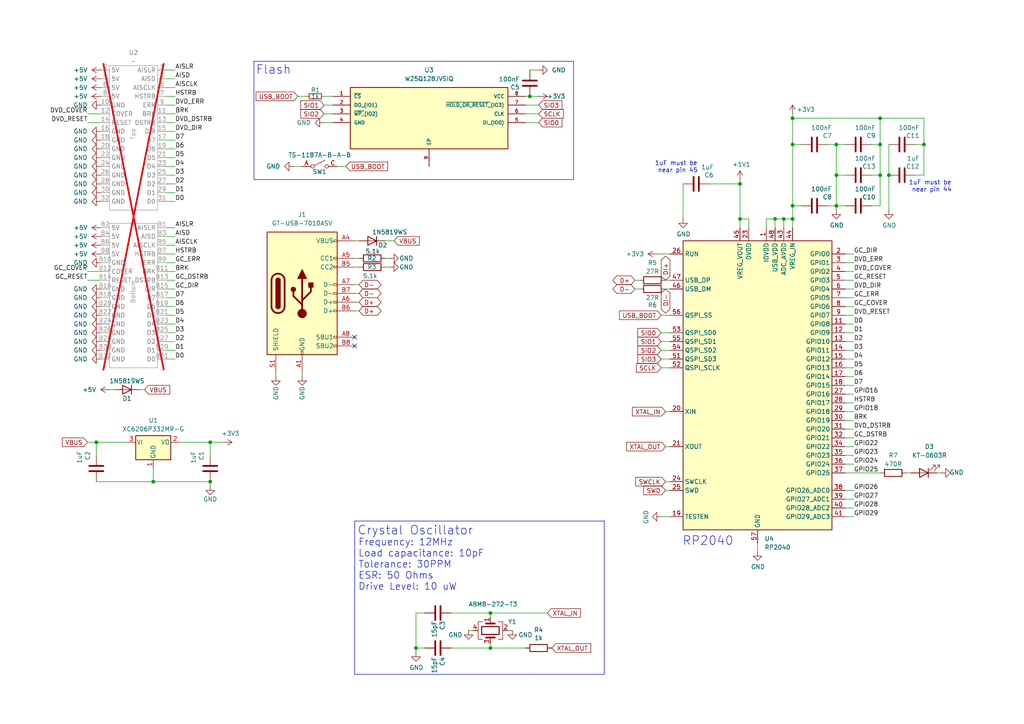
<source format=kicad_sch>
(kicad_sch (version 20250114) (generator "eeschema") (generator_version "9.0")
  (paper "A4")
  (text "1uF must be \nnear pin 44" (at 270.256 54.102 0) (effects (font (size 1.27 1.27))))
  (text "Crystal Oscillator" (at 103.632 155.448 0) (effects (font (size 2.54 2.54)) (justify left bottom)))
  (text "Flash" (at 74.168 21.844 0) (effects (font (size 2.54 2.54)) (justify left bottom)))
  (text "1uF must be \nnear pin 45" (at 196.596 48.514 0) (effects (font (size 1.27 1.27))))
  (text "RP2040" (at 197.866 158.496 0) (effects (font (size 2.54 2.54)) (justify left bottom)))
  (text "Frequency: 12MHz\nLoad capacitance: 10pF\nTolerance: 30PPM\nESR: 50 Ohms\nDrive Level: 10 uW" (at 103.886 171.45 0) (effects (font (size 2 2)) (justify left bottom)))
  (junction (at 229.87 34.29))
  (junction (at 229.87 59.69))
  (junction (at 242.57 59.69))
  (junction (at 255.27 50.8))
  (junction (at 142.24 177.8))
  (junction (at 214.63 63.5))
  (junction (at 255.27 34.29))
  (junction (at 120.65 187.96))
  (junction (at 142.24 187.96))
  (junction (at 257.81 50.8))
  (junction (at 214.63 53.34))
  (junction (at 224.79 63.5))
  (junction (at 229.87 63.5))
  (junction (at 60.96 128.27))
  (junction (at 255.27 41.91))
  (junction (at 227.33 63.5))
  (junction (at 27.94 128.27))
  (junction (at 242.57 50.8))
  (junction (at 153.67 27.94))
  (junction (at 267.97 41.91))
  (junction (at 60.96 139.7))
  (junction (at 44.45 139.7))
  (junction (at 242.57 41.91))
  (junction (at 229.87 41.91))
  (no_connect (at 102.87 100.33))
  (no_connect (at 102.87 97.79))
  (wire (pts (xy 247.65 114.3) (xy 245.11 114.3)))
  (wire (pts (xy 120.65 177.8) (xy 120.65 187.96)))
  (wire (pts (xy 255.27 41.91) (xy 255.27 50.8)))
  (wire (pts (xy 247.65 78.74) (xy 245.11 78.74)))
  (wire (pts (xy 50.8 96.52) (xy 48.26 96.52)))
  (wire (pts (xy 255.27 34.29) (xy 267.97 34.29)))
  (wire (pts (xy 31.75 113.03) (xy 33.02 113.03)))
  (wire (pts (xy 217.17 63.5) (xy 217.17 66.04)))
  (wire (pts (xy 247.65 127) (xy 245.11 127)))
  (wire (pts (xy 50.8 55.88) (xy 48.26 55.88)))
  (wire (pts (xy 50.8 99.06) (xy 48.26 99.06)))
  (wire (pts (xy 191.77 104.14) (xy 194.31 104.14)))
  (wire (pts (xy 229.87 59.69) (xy 229.87 63.5)))
  (wire (pts (xy 50.8 66.04) (xy 48.26 66.04)))
  (wire (pts (xy 142.24 179.07) (xy 142.24 177.8)))
  (wire (pts (xy 255.27 59.69) (xy 252.73 59.69)))
  (wire (pts (xy 255.27 34.29) (xy 255.27 41.91)))
  (wire (pts (xy 50.8 73.66) (xy 48.26 73.66)))
  (polyline (pts (xy 102.87 151.13) (xy 102.87 195.58)))
  (wire (pts (xy 247.65 116.84) (xy 245.11 116.84)))
  (wire (pts (xy 104.14 82.55) (xy 102.87 82.55)))
  (wire (pts (xy 247.65 76.2) (xy 245.11 76.2)))
  (wire (pts (xy 85.09 48.26) (xy 87.63 48.26)))
  (wire (pts (xy 267.97 34.29) (xy 267.97 41.91)))
  (polyline (pts (xy 166.37 17.78) (xy 166.37 52.07)))
  (polyline (pts (xy 154.94 195.58) (xy 175.26 195.58)))
  (wire (pts (xy 224.79 63.5) (xy 224.79 66.04)))
  (wire (pts (xy 242.57 41.91) (xy 242.57 50.8)))
  (wire (pts (xy 193.04 139.7) (xy 194.31 139.7)))
  (wire (pts (xy 219.71 157.48) (xy 219.71 160.02)))
  (wire (pts (xy 247.65 121.92) (xy 245.11 121.92)))
  (wire (pts (xy 104.14 87.63) (xy 102.87 87.63)))
  (wire (pts (xy 48.26 76.2) (xy 50.8 76.2)))
  (wire (pts (xy 247.65 83.82) (xy 245.11 83.82)))
  (wire (pts (xy 193.04 142.24) (xy 194.31 142.24)))
  (wire (pts (xy 142.24 177.8) (xy 158.75 177.8)))
  (wire (pts (xy 242.57 59.69) (xy 242.57 60.96)))
  (wire (pts (xy 123.19 187.96) (xy 120.65 187.96)))
  (wire (pts (xy 50.8 43.18) (xy 48.26 43.18)))
  (wire (pts (xy 247.65 86.36) (xy 245.11 86.36)))
  (wire (pts (xy 247.65 88.9) (xy 245.11 88.9)))
  (wire (pts (xy 227.33 63.5) (xy 227.33 66.04)))
  (wire (pts (xy 48.26 78.74) (xy 50.8 78.74)))
  (wire (pts (xy 262.89 137.16) (xy 264.16 137.16)))
  (polyline (pts (xy 154.94 195.58) (xy 102.87 195.58)))
  (polyline (pts (xy 166.37 52.07) (xy 73.66 52.07)))
  (wire (pts (xy 191.77 106.68) (xy 194.31 106.68)))
  (wire (pts (xy 104.14 90.17) (xy 102.87 90.17)))
  (wire (pts (xy 242.57 41.91) (xy 245.11 41.91)))
  (wire (pts (xy 50.8 27.94) (xy 48.26 27.94)))
  (wire (pts (xy 50.8 45.72) (xy 48.26 45.72)))
  (wire (pts (xy 198.12 53.34) (xy 198.12 63.5)))
  (polyline (pts (xy 73.66 17.78) (xy 166.37 17.78)))
  (wire (pts (xy 194.31 81.28) (xy 193.04 81.28)))
  (wire (pts (xy 247.65 99.06) (xy 245.11 99.06)))
  (wire (pts (xy 60.96 139.7) (xy 60.96 140.97)))
  (wire (pts (xy 50.8 48.26) (xy 48.26 48.26)))
  (wire (pts (xy 194.31 83.82) (xy 193.04 83.82)))
  (wire (pts (xy 247.65 73.66) (xy 245.11 73.66)))
  (wire (pts (xy 242.57 59.69) (xy 245.11 59.69)))
  (wire (pts (xy 224.79 63.5) (xy 227.33 63.5)))
  (wire (pts (xy 50.8 71.12) (xy 48.26 71.12)))
  (polyline (pts (xy 175.26 194.31) (xy 175.26 195.58)))
  (wire (pts (xy 191.77 91.44) (xy 194.31 91.44)))
  (wire (pts (xy 93.98 33.02) (xy 96.52 33.02)))
  (wire (pts (xy 152.4 35.56) (xy 156.21 35.56)))
  (wire (pts (xy 229.87 59.69) (xy 232.41 59.69)))
  (wire (pts (xy 111.76 69.85) (xy 114.3 69.85)))
  (wire (pts (xy 123.19 177.8) (xy 120.65 177.8)))
  (wire (pts (xy 120.65 187.96) (xy 120.65 189.23)))
  (wire (pts (xy 147.32 182.88) (xy 148.59 182.88)))
  (wire (pts (xy 247.65 93.98) (xy 245.11 93.98)))
  (wire (pts (xy 214.63 63.5) (xy 214.63 66.04)))
  (wire (pts (xy 222.25 66.04) (xy 222.25 63.5)))
  (wire (pts (xy 257.81 41.91) (xy 257.81 50.8)))
  (wire (pts (xy 93.98 27.94) (xy 96.52 27.94)))
  (wire (pts (xy 50.8 22.86) (xy 48.26 22.86)))
  (wire (pts (xy 247.65 129.54) (xy 245.11 129.54)))
  (wire (pts (xy 80.01 109.22) (xy 80.01 107.95)))
  (wire (pts (xy 247.65 132.08) (xy 245.11 132.08)))
  (wire (pts (xy 247.65 101.6) (xy 245.11 101.6)))
  (wire (pts (xy 130.81 187.96) (xy 142.24 187.96)))
  (wire (pts (xy 93.98 35.56) (xy 96.52 35.56)))
  (wire (pts (xy 50.8 68.58) (xy 48.26 68.58)))
  (wire (pts (xy 104.14 77.47) (xy 102.87 77.47)))
  (wire (pts (xy 86.36 27.94) (xy 88.9 27.94)))
  (wire (pts (xy 257.81 50.8) (xy 257.81 60.96)))
  (wire (pts (xy 247.65 96.52) (xy 245.11 96.52)))
  (wire (pts (xy 153.67 20.32) (xy 156.21 20.32)))
  (wire (pts (xy 191.77 96.52) (xy 194.31 96.52)))
  (wire (pts (xy 44.45 135.89) (xy 44.45 139.7)))
  (wire (pts (xy 50.8 38.1) (xy 48.26 38.1)))
  (polyline (pts (xy 175.26 151.13) (xy 175.26 194.31)))
  (wire (pts (xy 247.65 91.44) (xy 245.11 91.44)))
  (wire (pts (xy 265.43 50.8) (xy 267.97 50.8)))
  (wire (pts (xy 247.65 147.32) (xy 245.11 147.32)))
  (wire (pts (xy 247.65 142.24) (xy 245.11 142.24)))
  (wire (pts (xy 214.63 52.07) (xy 214.63 53.34)))
  (wire (pts (xy 247.65 124.46) (xy 245.11 124.46)))
  (wire (pts (xy 229.87 41.91) (xy 229.87 59.69)))
  (wire (pts (xy 191.77 149.86) (xy 194.31 149.86)))
  (wire (pts (xy 242.57 50.8) (xy 242.57 59.69)))
  (wire (pts (xy 247.65 144.78) (xy 245.11 144.78)))
  (wire (pts (xy 214.63 63.5) (xy 217.17 63.5)))
  (wire (pts (xy 222.25 63.5) (xy 224.79 63.5)))
  (wire (pts (xy 273.05 137.16) (xy 271.78 137.16)))
  (wire (pts (xy 104.14 69.85) (xy 102.87 69.85)))
  (wire (pts (xy 50.8 25.4) (xy 48.26 25.4)))
  (wire (pts (xy 247.65 109.22) (xy 245.11 109.22)))
  (wire (pts (xy 50.8 58.42) (xy 48.26 58.42)))
  (wire (pts (xy 25.4 128.27) (xy 27.94 128.27)))
  (wire (pts (xy 193.04 119.38) (xy 194.31 119.38)))
  (wire (pts (xy 255.27 34.29) (xy 229.87 34.29)))
  (wire (pts (xy 50.8 35.56) (xy 48.26 35.56)))
  (wire (pts (xy 191.77 101.6) (xy 194.31 101.6)))
  (wire (pts (xy 185.42 83.82) (xy 184.15 83.82)))
  (wire (pts (xy 48.26 81.28) (xy 50.8 81.28)))
  (wire (pts (xy 50.8 50.8) (xy 48.26 50.8)))
  (wire (pts (xy 25.4 35.56) (xy 29.21 35.56)))
  (wire (pts (xy 60.96 128.27) (xy 60.96 132.08)))
  (wire (pts (xy 104.14 74.93) (xy 102.87 74.93)))
  (wire (pts (xy 245.11 137.16) (xy 255.27 137.16)))
  (wire (pts (xy 185.42 81.28) (xy 184.15 81.28)))
  (polyline (pts (xy 73.66 17.78) (xy 73.66 52.07)))
  (wire (pts (xy 247.65 106.68) (xy 245.11 106.68)))
  (wire (pts (xy 265.43 41.91) (xy 267.97 41.91)))
  (wire (pts (xy 104.14 85.09) (xy 102.87 85.09)))
  (wire (pts (xy 50.8 53.34) (xy 48.26 53.34)))
  (wire (pts (xy 247.65 149.86) (xy 245.11 149.86)))
  (wire (pts (xy 97.79 48.26) (xy 100.33 48.26)))
  (wire (pts (xy 232.41 41.91) (xy 229.87 41.91)))
  (wire (pts (xy 142.24 187.96) (xy 152.4 187.96)))
  (wire (pts (xy 25.4 78.74) (xy 29.21 78.74)))
  (wire (pts (xy 41.91 113.03) (xy 40.64 113.03)))
  (wire (pts (xy 229.87 63.5) (xy 229.87 66.04)))
  (wire (pts (xy 229.87 34.29) (xy 229.87 41.91)))
  (wire (pts (xy 214.63 53.34) (xy 214.63 63.5)))
  (wire (pts (xy 247.65 119.38) (xy 245.11 119.38)))
  (wire (pts (xy 25.4 81.28) (xy 29.21 81.28)))
  (wire (pts (xy 152.4 27.94) (xy 153.67 27.94)))
  (wire (pts (xy 27.94 132.08) (xy 27.94 128.27)))
  (wire (pts (xy 50.8 33.02) (xy 48.26 33.02)))
  (wire (pts (xy 242.57 50.8) (xy 245.11 50.8)))
  (wire (pts (xy 191.77 99.06) (xy 194.31 99.06)))
  (wire (pts (xy 50.8 101.6) (xy 48.26 101.6)))
  (wire (pts (xy 190.5 73.66) (xy 194.31 73.66)))
  (wire (pts (xy 52.07 128.27) (xy 60.96 128.27)))
  (wire (pts (xy 50.8 88.9) (xy 48.26 88.9)))
  (wire (pts (xy 229.87 33.02) (xy 229.87 34.29)))
  (wire (pts (xy 227.33 63.5) (xy 229.87 63.5)))
  (wire (pts (xy 25.4 33.02) (xy 29.21 33.02)))
  (wire (pts (xy 252.73 41.91) (xy 255.27 41.91)))
  (wire (pts (xy 50.8 91.44) (xy 48.26 91.44)))
  (wire (pts (xy 242.57 59.69) (xy 240.03 59.69)))
  (wire (pts (xy 50.8 93.98) (xy 48.26 93.98)))
  (wire (pts (xy 135.89 182.88) (xy 137.16 182.88)))
  (wire (pts (xy 130.81 177.8) (xy 142.24 177.8)))
  (wire (pts (xy 252.73 50.8) (xy 255.27 50.8)))
  (wire (pts (xy 267.97 41.91) (xy 267.97 50.8)))
  (wire (pts (xy 153.67 27.94) (xy 156.21 27.94)))
  (wire (pts (xy 113.03 77.47) (xy 111.76 77.47)))
  (wire (pts (xy 50.8 86.36) (xy 48.26 86.36)))
  (wire (pts (xy 194.31 129.54) (xy 193.04 129.54)))
  (wire (pts (xy 50.8 30.48) (xy 48.26 30.48)))
  (wire (pts (xy 152.4 30.48) (xy 156.21 30.48)))
  (wire (pts (xy 27.94 128.27) (xy 36.83 128.27)))
  (wire (pts (xy 142.24 186.69) (xy 142.24 187.96)))
  (wire (pts (xy 205.74 53.34) (xy 214.63 53.34)))
  (wire (pts (xy 247.65 111.76) (xy 245.11 111.76)))
  (wire (pts (xy 240.03 41.91) (xy 242.57 41.91)))
  (wire (pts (xy 27.94 139.7) (xy 44.45 139.7)))
  (wire (pts (xy 152.4 33.02) (xy 156.21 33.02)))
  (wire (pts (xy 50.8 40.64) (xy 48.26 40.64)))
  (wire (pts (xy 113.03 74.93) (xy 111.76 74.93)))
  (wire (pts (xy 247.65 134.62) (xy 245.11 134.62)))
  (wire (pts (xy 93.98 30.48) (xy 96.52 30.48)))
  (wire (pts (xy 60.96 128.27) (xy 64.77 128.27)))
  (wire (pts (xy 247.65 81.28) (xy 245.11 81.28)))
  (wire (pts (xy 50.8 20.32) (xy 48.26 20.32)))
  (wire (pts (xy 50.8 104.14) (xy 48.26 104.14)))
  (wire (pts (xy 44.45 139.7) (xy 60.96 139.7)))
  (polyline (pts (xy 102.87 151.13) (xy 175.26 151.13)))
  (wire (pts (xy 247.65 104.14) (xy 245.11 104.14)))
  (wire (pts (xy 87.63 109.22) (xy 87.63 107.95)))
  (wire (pts (xy 255.27 50.8) (xy 255.27 59.69)))
  (wire (pts (xy 50.8 83.82) (xy 48.26 83.82)))
  (label "AISD" (at 50.8 68.58 0))
  (label "DVD_RESET" (at 25.4 35.56 180))
  (label "D1" (at 247.65 96.52 0))
  (label "D0" (at 50.8 58.42 0))
  (label "DVD_DIR" (at 247.65 83.82 0))
  (label "D2" (at 50.8 99.06 0))
  (label "DVD_ERR" (at 247.65 76.2 0))
  (label "D4" (at 247.65 104.14 0))
  (label "HSTRB" (at 50.8 73.66 0))
  (label "GPIO18" (at 247.65 119.38 0))
  (label "D6" (at 247.65 109.22 0))
  (label "GPIO16" (at 247.65 114.3 0))
  (label "BRK" (at 247.65 121.92 0))
  (label "D3" (at 50.8 50.8 0))
  (label "GPIO23" (at 247.65 132.08 0))
  (label "D7" (at 50.8 86.36 0))
  (label "D7" (at 50.8 40.64 0))
  (label "D4" (at 50.8 93.98 0))
  (label "GC_DSTRB" (at 50.8 81.28 0))
  (label "D0" (at 247.65 93.98 0))
  (label "BRK" (at 50.8 78.74 0))
  (label "D2" (at 50.8 53.34 0))
  (label "D5" (at 247.65 106.68 0))
  (label "D1" (at 50.8 55.88 0))
  (label "GC_COVER" (at 25.4 78.74 180))
  (label "D4" (at 50.8 48.26 0))
  (label "D5" (at 50.8 91.44 0))
  (label "D1" (at 50.8 101.6 0))
  (label "GC_DSTRB" (at 247.65 127 0))
  (label "D2" (at 247.65 99.06 0))
  (label "AISD" (at 50.8 22.86 0))
  (label "D7" (at 247.65 111.76 0))
  (label "GPIO26" (at 247.65 142.24 0))
  (label "DVD_DSTRB" (at 247.65 124.46 0))
  (label "D6" (at 50.8 88.9 0))
  (label "HSTRB" (at 247.65 116.84 0))
  (label "D5" (at 50.8 45.72 0))
  (label "AISLR" (at 50.8 20.32 0))
  (label "AISCLK" (at 50.8 25.4 0))
  (label "GPIO24" (at 247.65 134.62 0))
  (label "GC_RESET" (at 25.4 81.28 180))
  (label "GPIO27" (at 247.65 144.78 0))
  (label "D3" (at 50.8 96.52 0))
  (label "DVD_COVER" (at 247.65 78.74 0))
  (label "D0" (at 50.8 104.14 0))
  (label "GPIO25" (at 247.65 137.16 0))
  (label "AISLR" (at 50.8 66.04 0))
  (label "BRK" (at 50.8 33.02 0))
  (label "GPIO29" (at 247.65 149.86 0))
  (label "D6" (at 50.8 43.18 0))
  (label "DVD_DSTRB" (at 50.8 35.56 0))
  (label "GC_DIR" (at 50.8 83.82 0))
  (label "GC_ERR" (at 50.8 76.2 0))
  (label "GC_COVER" (at 247.65 88.9 0))
  (label "D3" (at 247.65 101.6 0))
  (label "AISCLK" (at 50.8 71.12 0))
  (label "DVD_ERR" (at 50.8 30.48 0))
  (label "GPIO22" (at 247.65 129.54 0))
  (label "GC_RESET" (at 247.65 81.28 0))
  (label "DVD_DIR" (at 50.8 38.1 0))
  (label "DVD_RESET" (at 247.65 91.44 0))
  (label "GC_ERR" (at 247.65 86.36 0))
  (label "GC_DIR" (at 247.65 73.66 0))
  (label "DVD_COVER" (at 25.4 33.02 180))
  (label "GPIO28" (at 247.65 147.32 0))
  (label "HSTRB" (at 50.8 27.94 0))
  (global_label "D+" (shape bidirectional) (at 184.15 81.28 180) (property "Intersheetrefs" "${INTERSHEET_REFS}" (effects (hide yes))))
  (global_label "XTAL_IN" (shape input) (at 193.04 119.38 180) (property "Intersheetrefs" "${INTERSHEET_REFS}" (effects (hide yes))))
  (global_label "VBUS" (shape input) (at 41.91 113.03 0) (property "Intersheetrefs" "${INTERSHEET_REFS}" (effects (hide yes))))
  (global_label "D-" (shape bidirectional) (at 184.15 83.82 180) (property "Intersheetrefs" "${INTERSHEET_REFS}" (effects (hide yes))))
  (global_label "SIO0" (shape input) (at 156.21 35.56 0) (property "Intersheetrefs" "${INTERSHEET_REFS}" (effects (hide yes))))
  (global_label "VBUS" (shape input) (at 114.3 69.85 0) (property "Intersheetrefs" "${INTERSHEET_REFS}" (effects (hide yes))))
  (global_label "SIO2" (shape input) (at 191.77 101.6 180) (property "Intersheetrefs" "${INTERSHEET_REFS}" (effects (hide yes))))
  (global_label "SIO1" (shape input) (at 191.77 99.06 180) (property "Intersheetrefs" "${INTERSHEET_REFS}" (effects (hide yes))))
  (global_label "VBUS" (shape input) (at 25.4 128.27 180) (property "Intersheetrefs" "${INTERSHEET_REFS}" (effects (hide yes))))
  (global_label "USB_BOOT" (shape input) (at 86.36 27.94 180) (property "Intersheetrefs" "${INTERSHEET_REFS}" (effects (hide yes))))
  (global_label "D-" (shape bidirectional) (at 104.14 82.55 0) (property "Intersheetrefs" "${INTERSHEET_REFS}" (effects (hide yes))))
  (global_label "SIO1" (shape input) (at 93.98 30.48 180) (property "Intersheetrefs" "${INTERSHEET_REFS}" (effects (hide yes))))
  (global_label "USB_BOOT" (shape input) (at 100.33 48.26 0) (property "Intersheetrefs" "${INTERSHEET_REFS}" (effects (hide yes))))
  (global_label "SIO3" (shape input) (at 191.77 104.14 180) (property "Intersheetrefs" "${INTERSHEET_REFS}" (effects (hide yes))))
  (global_label "SCLK" (shape input) (at 191.77 106.68 180) (property "Intersheetrefs" "${INTERSHEET_REFS}" (effects (hide yes))))
  (global_label "SIO3" (shape input) (at 156.21 30.48 0) (property "Intersheetrefs" "${INTERSHEET_REFS}" (effects (hide yes))))
  (global_label "SWD" (shape input) (at 193.04 142.24 180) (property "Intersheetrefs" "${INTERSHEET_REFS}" (effects (hide yes))))
  (global_label "DI+" (shape bidirectional) (at 193.04 81.28 90) (property "Intersheetrefs" "${INTERSHEET_REFS}" (effects (hide yes))))
  (global_label "D-" (shape bidirectional) (at 104.14 85.09 0) (property "Intersheetrefs" "${INTERSHEET_REFS}" (effects (hide yes))))
  (global_label "XTAL_OUT" (shape input) (at 160.02 187.96 0) (property "Intersheetrefs" "${INTERSHEET_REFS}" (effects (hide yes))))
  (global_label "DI-" (shape bidirectional) (at 193.04 83.82 270) (property "Intersheetrefs" "${INTERSHEET_REFS}" (effects (hide yes))))
  (global_label "SIO2" (shape input) (at 93.98 33.02 180) (property "Intersheetrefs" "${INTERSHEET_REFS}" (effects (hide yes))))
  (global_label "SIO0" (shape input) (at 191.77 96.52 180) (property "Intersheetrefs" "${INTERSHEET_REFS}" (effects (hide yes))))
  (global_label "SCLK" (shape input) (at 156.21 33.02 0) (property "Intersheetrefs" "${INTERSHEET_REFS}" (effects (hide yes))))
  (global_label "SWCLK" (shape input) (at 193.04 139.7 180) (property "Intersheetrefs" "${INTERSHEET_REFS}" (effects (hide yes))))
  (global_label "USB_BOOT" (shape input) (at 191.77 91.44 180) (property "Intersheetrefs" "${INTERSHEET_REFS}" (effects (hide yes))))
  (global_label "XTAL_IN" (shape input) (at 158.75 177.8 0) (property "Intersheetrefs" "${INTERSHEET_REFS}" (effects (hide yes))))
  (global_label "D+" (shape bidirectional) (at 104.14 87.63 0) (property "Intersheetrefs" "${INTERSHEET_REFS}" (effects (hide yes))))
  (global_label "D+" (shape bidirectional) (at 104.14 90.17 0) (property "Intersheetrefs" "${INTERSHEET_REFS}" (effects (hide yes))))
  (global_label "XTAL_OUT" (shape input) (at 193.04 129.54 180) (property "Intersheetrefs" "${INTERSHEET_REFS}" (effects (hide yes))))
  (symbol (lib_id "power:+5V") (at 29.21 22.86 90) (unit 1)
    (property "Reference" "#PWR02" (effects (hide yes)))
    (property "Value" "+5V" (at 25.4 22.8599 90) (effects (justify left)))
    (property "Description" "Power symbol creates a global label with name \"+5V\"" (effects (hide yes)))
  )
  (symbol (lib_id "Device:R") (at 189.23 83.82 90) (unit 1)
    (property "Reference" "R6" (at 189.23 88.4936 90))
    (property "Value" "27R" (at 189.23 86.36 90))
    (property "Footprint" "Resistor_SMD:R_0402_1005Metric" (effects (hide yes)))
    (property "Datasheet" "https://jlcpcb.com/api/file/downloadByFileSystemAccessId/8588899757724995584" (effects (hide yes)))
    (property "Description" "Resistor" (effects (hide yes)))
    (property "JLCPN" "C138021" (effects (hide yes)))
    (property "MPN" "RC0201FR-0727RL" (effects (hide yes)))
    (property "Price" "0.0006" (effects (hide yes)))
    (property "Confirmed" "YES" (effects (hide yes)))
    (property "Link" "https://jlcpcb.com/partdetail/YAGEO-RC0402FR0727RL/C138021" (effects (hide yes)))
    (property "Package" "0402" (effects (hide yes)))
    (property "Reviewed" "Yes" (effects (hide yes)))
  )
  (symbol (lib_id "power:GND") (at 198.12 63.5 0) (unit 1)
    (property "Reference" "#PWR045" (effects (hide yes)))
    (property "Value" "GND" (at 198.247 67.8942 0))
    (property "Description" "Power symbol creates a global label with name \"GND\" , ground" (effects (hide yes)))
  )
  (symbol (lib_id "Device:C") (at 60.96 135.89 180) (unit 1)
    (property "Reference" "C1" (at 58.42 130.81 90) (effects (justify left)))
    (property "Value" "1uF" (at 56.1086 130.81 90) (effects (justify left)))
    (property "Footprint" "Capacitor_SMD:C_0402_1005Metric" (effects (hide yes)))
    (property "Datasheet" "https://jlcpcb.com/api/file/downloadByFileSystemAccessId/8579707174974914560" (effects (hide yes)))
    (property "Description" "Unpolarized capacitor" (effects (hide yes)))
    (property "JLCPN" "C52923" (effects (hide yes)))
    (property "MPN" "GRM033R60J105KEA2D" (effects (hide yes)))
    (property "Price" "0.0007" (effects (hide yes)))
    (property "Confirmed" "YES" (effects (hide yes)))
    (property "Link" "https://jlcpcb.com/partdetail/53938-CL05A105KA5NQNC/C52923" (effects (hide yes)))
    (property "Package" "0402" (effects (hide yes)))
    (property "Reviewed" "Yes" (effects (hide yes)))
  )
  (symbol (lib_id "Device:C") (at 127 187.96 270) (unit 1)
    (property "Reference" "C4" (at 128.2954 190.5 0) (effects (justify left)))
    (property "Value" "15pF" (at 125.984 190.5 0) (effects (justify left)))
    (property "Footprint" "Capacitor_SMD:C_0402_1005Metric" (effects (hide yes)))
    (property "Datasheet" "https://jlcpcb.com/api/file/downloadByFileSystemAccessId/8579707286171729920" (effects (hide yes)))
    (property "Description" "Unpolarized capacitor" (effects (hide yes)))
    (property "MPN" "CC0402FRNPO9BN150" (effects (hide yes)))
    (property "Price" "0.0022" (effects (hide yes)))
    (property "Confirmed" "YES" (effects (hide yes)))
    (property "Link" "https://jlcpcb.com/partdetail/1900-0402CG150J500NT/C1548" (effects (hide yes)))
    (property "Package" "0402" (effects (hide yes)))
    (property "Reviewed" "Yes" (effects (hide yes)))
    (property "JLCPN" "C1548" (effects (hide yes)))
  )
  (symbol (lib_id "Device:R") (at 189.23 81.28 90) (unit 1)
    (property "Reference" "R5" (at 189.23 76.2 90))
    (property "Value" "27R" (at 189.23 78.74 90))
    (property "Footprint" "Resistor_SMD:R_0402_1005Metric" (effects (hide yes)))
    (property "Datasheet" "https://jlcpcb.com/api/file/downloadByFileSystemAccessId/8588899757724995584" (effects (hide yes)))
    (property "Description" "Resistor" (effects (hide yes)))
    (property "JLCPN" "C138021" (effects (hide yes)))
    (property "MPN" "RC0201FR-0727RL" (effects (hide yes)))
    (property "Price" "0.0006" (effects (hide yes)))
    (property "Confirmed" "YES" (effects (hide yes)))
    (property "Link" "https://jlcpcb.com/partdetail/YAGEO-RC0402FR0727RL/C138021" (effects (hide yes)))
    (property "Package" "0402" (effects (hide yes)))
    (property "Reviewed" "Yes" (effects (hide yes)))
  )
  (symbol (lib_id "power:GND") (at 29.21 88.9 270) (unit 1)
    (property "Reference" "#PWR022" (effects (hide yes)))
    (property "Value" "GND" (at 25.4 88.8999 90) (effects (justify right)))
    (property "Description" "Power symbol creates a global label with name \"GND\" , ground" (effects (hide yes)))
  )
  (symbol (lib_id "power:GND") (at 29.21 30.48 270) (unit 1)
    (property "Reference" "#PWR05" (effects (hide yes)))
    (property "Value" "GND" (at 25.4 30.4799 90) (effects (justify right)))
    (property "Description" "Power symbol creates a global label with name \"GND\" , ground" (effects (hide yes)))
  )
  (symbol (lib_id "power:GND") (at 80.01 109.22 0) (unit 1)
    (property "Reference" "#PWR032" (effects (hide yes)))
    (property "Value" "GND" (at 80.01 114.046 90))
  )
  (symbol (lib_id "power:GND") (at 29.21 99.06 270) (unit 1)
    (property "Reference" "#PWR026" (effects (hide yes)))
    (property "Value" "GND" (at 25.4 99.0599 90) (effects (justify right)))
    (property "Description" "Power symbol creates a global label with name \"GND\" , ground" (effects (hide yes)))
  )
  (symbol (lib_id "power:+5V") (at 31.75 113.03 90) (unit 1)
    (property "Reference" "#PWR029" (effects (hide yes)))
    (property "Value" "+5V" (at 27.94 113.0299 90) (effects (justify left)))
    (property "Description" "Power symbol creates a global label with name \"+5V\"" (effects (hide yes)))
  )
  (symbol (lib_id "progcc_v3:RP2040") (at 219.71 111.76 0) (unit 1)
    (property "Reference" "U4" (at 221.7294 156.21 0) (effects (justify left)))
    (property "Value" "RP2040" (at 221.7294 158.75 0) (effects (justify left)))
    (property "Footprint" "Package_DFN_QFN:QFN-56-1EP_7x7mm_P0.4mm_EP3.2x3.2mm" (effects (hide yes)))
    (property "Datasheet" "https://jlcpcb.com/api/file/downloadByFileSystemAccessId/8550723933012836352" (effects (hide yes)))
    (property "Description" "264KB 30 133MHz LQFN-56(7x7) Microcontrollers" (effects (hide yes)))
    (property "MPN" "RP2040" (effects (hide yes)))
    (property "JLCPN" "C2040" (effects (hide yes)))
    (property "Price" "0.531" (effects (hide yes)))
    (property "Link" "https://jlcpcb.com/partdetail/RaspberryPi-RP2040/C2040" (effects (hide yes)))
    (property "Package" "LQFN-56(7x7)" (effects (hide yes)))
    (property "Reviewed" "Yes" (effects (hide yes)))
  )
  (symbol (lib_id "power:GND") (at 60.96 140.97 0) (unit 1)
    (property "Reference" "#PWR030" (effects (hide yes)))
    (property "Value" "GND" (at 60.96 144.78 0))
  )
  (symbol (lib_id "hhl:SW_TS-1187A") (at 92.71 48.26 0) (unit 1)
    (property "Reference" "SW1" (at 92.71 49.784 0))
    (property "Value" "TS-1187A-B-A-B" (at 92.71 44.958 0))
    (property "Footprint" "hhl:TS-1187A-C-E-B" (effects (hide yes)))
    (property "Datasheet" "https://jlcpcb.com/api/file/downloadByFileSystemAccessId/8550724022091735041" (effects (hide yes)))
    (property "Description" "Single Pole Single Throw (SPST) switch" (effects (hide yes)))
    (property "MPN" "TS-1187A-C-E-B" (effects (hide yes)))
    (property "JLCPN" "C318884" (effects (hide yes)))
    (property "Price" "0.02" (effects (hide yes)))
    (property "Confirmed" "YES" (effects (hide yes)))
    (property "Link" "https://jlcpcb.com/partdetail/XKBConnection-TS_1187A_B_AB/C318884" (effects (hide yes)))
    (property "Package" "SMD" (effects (hide yes)))
    (property "Reviewed" "Yes" (effects (hide yes)))
  )
  (symbol (lib_id "power:GND") (at 29.21 43.18 270) (unit 1)
    (property "Reference" "#PWR08" (effects (hide yes)))
    (property "Value" "GND" (at 25.4 43.1799 90) (effects (justify right)))
    (property "Description" "Power symbol creates a global label with name \"GND\" , ground" (effects (hide yes)))
  )
  (symbol (lib_id "power:+5V") (at 29.21 27.94 90) (unit 1)
    (property "Reference" "#PWR04" (effects (hide yes)))
    (property "Value" "+5V" (at 25.4 27.9399 90) (effects (justify left)))
    (property "Description" "Power symbol creates a global label with name \"+5V\"" (effects (hide yes)))
  )
  (symbol (lib_id "Device:LED") (at 267.97 137.16 180) (unit 1)
    (property "Reference" "D3" (at 269.5575 129.54 0))
    (property "Value" "KT-0603R" (at 269.5575 132.08 0))
    (property "Footprint" "LED_SMD:LED_0603_1608Metric" (effects (hide yes)))
    (property "Datasheet" "https://jlcpcb.com/api/file/downloadByFileSystemAccessId/8550723991833485312" (effects (hide yes)))
    (property "Description" "Light emitting diode" (effects (hide yes)))
    (property "Sim.Pins" "1=K 2=A" (effects (hide yes)))
    (property "JLCPN" "C2286" (effects (hide yes)))
    (property "Link" "https://jlcpcb.com/partdetail/Hubei_KENTOElec-KT0603R/C2286" (effects (hide yes)))
    (property "Package" "0603" (effects (hide yes)))
  )
  (symbol (lib_id "Device:R") (at 107.95 74.93 90) (unit 1)
    (property "Reference" "R2" (at 109.22 74.93 90) (effects (justify left)))
    (property "Value" "5.1k" (at 110.236 72.898 90) (effects (justify left)))
    (property "Footprint" "Resistor_SMD:R_0402_1005Metric" (effects (hide yes)))
    (property "Datasheet" "https://jlcpcb.com/api/file/downloadByFileSystemAccessId/8579706036003409920" (effects (hide yes)))
    (property "Description" "50mW Thick Film Resistors 25V ±1% ±200ppm/℃ 5.1kΩ" (effects (hide yes)))
    (property "MPN" "RC0201FR-075K1L" (effects (hide yes)))
    (property "Price" "0.0004" (effects (hide yes)))
    (property "Link" "https://jlcpcb.com/partdetail/26648-0402WGF5101TCE/C25905" (effects (hide yes)))
    (property "Package" "0402" (effects (hide yes)))
    (property "Reviewed" "Yes" (effects (hide yes)))
    (property "JLCPN" "C25905" (effects (hide yes)))
  )
  (symbol (lib_id "hhl:CUS08F30") (at 36.83 113.03 180) (unit 1)
    (property "Reference" "D1" (at 36.83 115.57 0))
    (property "Value" "1N5819WS" (at 36.83 110.49 0))
    (property "Footprint" "Diode_SMD:D_SOD-323" (effects (hide yes)))
    (property "Datasheet" "https://jlcpcb.com/api/file/downloadByFileSystemAccessId/8550723919347523584" (effects (hide yes)))
    (property "Description" "SOD-323 Schottky Diodes ROHS (TOSHIBA)" (effects (hide yes)))
    (property "MPN" "CUS08F30,H3F " (effects (hide yes)))
    (property "Price" "0.0092" (effects (hide yes)))
    (property "Link" "https://jlcpcb.com/partdetail/GuangdongHottech-1N5819WS/C191023" (effects (hide yes)))
    (property "Package" "SOD-323" (effects (hide yes)))
    (property "Reviewed" "Yes" (effects (hide yes)))
    (property "JLCPN" "C191023" (effects (hide yes)))
  )
  (symbol (lib_id "power:GND") (at 29.21 76.2 270) (unit 1)
    (property "Reference" "#PWR019" (effects (hide yes)))
    (property "Value" "GND" (at 25.4 76.1999 90) (effects (justify right)))
    (property "Description" "Power symbol creates a global label with name \"GND\" , ground" (effects (hide yes)))
  )
  (symbol (lib_id "Device:R") (at 107.95 77.47 90) (unit 1)
    (property "Reference" "R3" (at 109.22 77.47 90) (effects (justify left)))
    (property "Value" "5.1k" (at 109.474 80.01 90) (effects (justify left)))
    (property "Footprint" "Resistor_SMD:R_0402_1005Metric" (effects (hide yes)))
    (property "Datasheet" "https://jlcpcb.com/api/file/downloadByFileSystemAccessId/8579706036003409920" (effects (hide yes)))
    (property "Description" "50mW Thick Film Resistors 25V ±1% ±200ppm/℃ 5.1kΩ" (effects (hide yes)))
    (property "MPN" "RC0201FR-075K1L" (effects (hide yes)))
    (property "Price" "0.0004" (effects (hide yes)))
    (property "Link" "https://jlcpcb.com/partdetail/26648-0402WGF5101TCE/C25905" (effects (hide yes)))
    (property "Package" "0402" (effects (hide yes)))
    (property "Reviewed" "Yes" (effects (hide yes)))
    (property "JLCPN" "C25905" (effects (hide yes)))
  )
  (symbol (lib_id "power:+5V") (at 29.21 73.66 90) (unit 1)
    (property "Reference" "#PWR018" (effects (hide yes)))
    (property "Value" "+5V" (at 25.4 73.6599 90) (effects (justify left)))
    (property "Description" "Power symbol creates a global label with name \"+5V\"" (effects (hide yes)))
  )
  (symbol (lib_id "power:GND") (at 29.21 58.42 270) (unit 1)
    (property "Reference" "#PWR014" (effects (hide yes)))
    (property "Value" "GND" (at 25.4 58.4199 90) (effects (justify right)))
    (property "Description" "Power symbol creates a global label with name \"GND\" , ground" (effects (hide yes)))
  )
  (symbol (lib_id "Device:Crystal_GND24") (at 142.24 182.88 270) (unit 1)
    (property "Reference" "Y1" (at 147.32 180.34 90) (effects (justify left)))
    (property "Value" "ABM8-272-T3" (at 135.89 175.26 90) (effects (justify left)))
    (property "Footprint" "Crystal:Crystal_SMD_3225-4Pin_3.2x2.5mm" (effects (hide yes)))
    (property "Datasheet" "https://jlcpcb.com/api/file/downloadByFileSystemAccessId/8559470777180311552" (effects (hide yes)))
    (property "Description" "Four pin crystal, GND on pins 2 and 4" (effects (hide yes)))
    (property "MPN" "ABM8-272-T3" (effects (hide yes)))
    (property "Price" " 0.2381" (effects (hide yes)))
    (property "Link" "https://jlcpcb.com/partdetail/AbraconLLC-ABM8_272T3/C20625731" (effects (hide yes)))
    (property "Package" "SMD3225-4P " (effects (hide yes)))
    (property "Reviewed" "Yes" (effects (hide yes)))
    (property "JLCPN" "C20625731" (effects (hide yes)))
  )
  (symbol (lib_id "power:+5V") (at 29.21 25.4 90) (unit 1)
    (property "Reference" "#PWR03" (effects (hide yes)))
    (property "Value" "+5V" (at 25.4 25.3999 90) (effects (justify left)))
    (property "Description" "Power symbol creates a global label with name \"+5V\"" (effects (hide yes)))
  )
  (symbol (lib_id "power:GND") (at 29.21 93.98 270) (unit 1)
    (property "Reference" "#PWR024" (effects (hide yes)))
    (property "Value" "GND" (at 25.4 93.9799 90) (effects (justify right)))
    (property "Description" "Power symbol creates a global label with name \"GND\" , ground" (effects (hide yes)))
  )
  (symbol (lib_id "Device:C") (at 153.67 24.13 180) (unit 1)
    (property "Reference" "C5" (at 150.749 25.2984 0) (effects (justify left)))
    (property "Value" "100nF" (at 150.749 22.987 0) (effects (justify left)))
    (property "Footprint" "Capacitor_SMD:C_0402_1005Metric" (effects (hide yes)))
    (property "Datasheet" "https://jlcpcb.com/api/file/downloadByFileSystemAccessId/8579707269996871680" (effects (hide yes)))
    (property "Description" "Unpolarized capacitor" (effects (hide yes)))
    (property "MPN" "CL03A104KQ3NNNC" (effects (hide yes)))
    (property "Price" "0.0007" (effects (hide yes)))
    (property "Link" "https://jlcpcb.com/partdetail/1877-CL05B104KO5NNNC/C1525" (effects (hide yes)))
    (property "Package" "0402" (effects (hide yes)))
    (property "Reviewed" "Yes" (effects (hide yes)))
    (property "JLCPN" "C1525" (effects (hide yes)))
  )
  (symbol (lib_id "Device:C") (at 248.92 41.91 90) (unit 1)
    (property "Reference" "C9" (at 254 39.37 90) (effects (justify left)))
    (property "Value" "100nF" (at 254 37.0586 90) (effects (justify left)))
    (property "Footprint" "Capacitor_SMD:C_0402_1005Metric" (effects (hide yes)))
    (property "Datasheet" "https://jlcpcb.com/api/file/downloadByFileSystemAccessId/8579707269996871680" (effects (hide yes)))
    (property "Description" "Unpolarized capacitor" (effects (hide yes)))
    (property "JLCPN" "C1525" (effects (hide yes)))
    (property "MPN" "CL03A104KQ3NNNC" (effects (hide yes)))
    (property "Price" "0.0007" (effects (hide yes)))
    (property "Confirmed" "YES" (effects (hide yes)))
    (property "Link" "https://jlcpcb.com/partdetail/1877-CL05B104KO5NNNC/C1525" (effects (hide yes)))
    (property "Package" "0402" (effects (hide yes)))
    (property "Reviewed" "Yes" (effects (hide yes)))
  )
  (symbol (lib_id "power:GND") (at 29.21 96.52 270) (unit 1)
    (property "Reference" "#PWR025" (effects (hide yes)))
    (property "Value" "GND" (at 25.4 96.5199 90) (effects (justify right)))
    (property "Description" "Power symbol creates a global label with name \"GND\" , ground" (effects (hide yes)))
  )
  (symbol (lib_id "power:GND") (at 29.21 40.64 270) (unit 1)
    (property "Reference" "#PWR07" (effects (hide yes)))
    (property "Value" "GND" (at 25.4 40.6399 90) (effects (justify right)))
    (property "Description" "Power symbol creates a global label with name \"GND\" , ground" (effects (hide yes)))
  )
  (symbol (lib_id "Device:C") (at 27.94 135.89 180) (unit 1)
    (property "Reference" "C2" (at 25.4 130.81 90) (effects (justify left)))
    (property "Value" "1uF" (at 23.0886 130.81 90) (effects (justify left)))
    (property "Footprint" "Capacitor_SMD:C_0402_1005Metric" (effects (hide yes)))
    (property "Datasheet" "https://jlcpcb.com/api/file/downloadByFileSystemAccessId/8579707174974914560" (effects (hide yes)))
    (property "Description" "Unpolarized capacitor" (effects (hide yes)))
    (property "JLCPN" "C52923" (effects (hide yes)))
    (property "MPN" "GRM033R60J105KEA2D" (effects (hide yes)))
    (property "Price" "0.0007" (effects (hide yes)))
    (property "Confirmed" "YES" (effects (hide yes)))
    (property "Link" "https://jlcpcb.com/partdetail/53938-CL05A105KA5NQNC/C52923" (effects (hide yes)))
    (property "Package" "0402" (effects (hide yes)))
    (property "Reviewed" "Yes" (effects (hide yes)))
  )
  (symbol (lib_id "power:GND") (at 29.21 45.72 270) (unit 1)
    (property "Reference" "#PWR09" (effects (hide yes)))
    (property "Value" "GND" (at 25.4 45.7199 90) (effects (justify right)))
    (property "Description" "Power symbol creates a global label with name \"GND\" , ground" (effects (hide yes)))
  )
  (symbol (lib_id "power:+5V") (at 29.21 68.58 90) (unit 1)
    (property "Reference" "#PWR016" (effects (hide yes)))
    (property "Value" "+5V" (at 25.4 68.5799 90) (effects (justify left)))
    (property "Description" "Power symbol creates a global label with name \"+5V\"" (effects (hide yes)))
  )
  (symbol (lib_id "power:GND") (at 29.21 48.26 270) (unit 1)
    (property "Reference" "#PWR010" (effects (hide yes)))
    (property "Value" "GND" (at 25.4 48.2599 90) (effects (justify right)))
    (property "Description" "Power symbol creates a global label with name \"GND\" , ground" (effects (hide yes)))
  )
  (symbol (lib_id "Device:C") (at 201.93 53.34 90) (unit 1)
    (property "Reference" "C6" (at 207.01 50.8 90) (effects (justify left)))
    (property "Value" "1uF" (at 207.01 48.4886 90) (effects (justify left)))
    (property "Footprint" "Capacitor_SMD:C_0402_1005Metric" (effects (hide yes)))
    (property "Datasheet" "https://jlcpcb.com/api/file/downloadByFileSystemAccessId/8579707174974914560" (effects (hide yes)))
    (property "Description" "Unpolarized capacitor" (effects (hide yes)))
    (property "JLCPN" "C52923" (effects (hide yes)))
    (property "MPN" "GRM033R60J105KEA2D" (effects (hide yes)))
    (property "Price" "0.0007" (effects (hide yes)))
    (property "Confirmed" "YES" (effects (hide yes)))
    (property "Link" "https://jlcpcb.com/partdetail/53938-CL05A105KA5NQNC/C52923" (effects (hide yes)))
    (property "Package" "0402" (effects (hide yes)))
    (property "Reviewed" "Yes" (effects (hide yes)))
  )
  (symbol (lib_id "power:GND") (at 257.81 60.96 0) (unit 1)
    (property "Reference" "#PWR050" (effects (hide yes)))
    (property "Value" "GND" (at 257.937 65.3542 0))
    (property "Description" "Power symbol creates a global label with name \"GND\" , ground" (effects (hide yes)))
  )
  (symbol (lib_id "Device:C") (at 248.92 50.8 90) (unit 1)
    (property "Reference" "C13" (at 254 48.26 90) (effects (justify left)))
    (property "Value" "100nF" (at 254 45.9486 90) (effects (justify left)))
    (property "Footprint" "Capacitor_SMD:C_0402_1005Metric" (effects (hide yes)))
    (property "Datasheet" "https://jlcpcb.com/api/file/downloadByFileSystemAccessId/8579707269996871680" (effects (hide yes)))
    (property "Description" "Unpolarized capacitor" (effects (hide yes)))
    (property "JLCPN" "C1525" (effects (hide yes)))
    (property "MPN" "CL03A104KQ3NNNC" (effects (hide yes)))
    (property "Price" "0.0007" (effects (hide yes)))
    (property "Confirmed" "YES" (effects (hide yes)))
    (property "Link" "https://jlcpcb.com/partdetail/1877-CL05B104KO5NNNC/C1525" (effects (hide yes)))
    (property "Package" "0402" (effects (hide yes)))
    (property "Reviewed" "Yes" (effects (hide yes)))
  )
  (symbol (lib_id "Regulator_Linear:XC6206PxxxMR") (at 44.45 128.27 0) (unit 1)
    (property "Reference" "U1" (at 44.45 121.92 0))
    (property "Value" "XC6206P332MR-G" (at 44.45 124.46 0))
    (property "Footprint" "Package_TO_SOT_SMD:SOT-23-3" (effects (hide yes)))
    (property "Datasheet" "https://www.torexsemi.com/file/xc6206/XC6206.pdf" (effects (hide yes)))
    (property "Description" "Positive 60-250mA Low Dropout Regulator, Fixed Output, SOT-23" (effects (hide yes)))
    (property "JLCPN" "C5446" (effects (hide yes)))
    (property "Link" "https://jlcpcb.com/partdetail/TorexSemicon-XC6206P332MRG/C5446" (effects (hide yes)))
    (property "Package" "SOT-23-3L" (effects (hide yes)))
  )
  (symbol (lib_id "power:GND") (at 113.03 77.47 90) (unit 1)
    (property "Reference" "#PWR037" (effects (hide yes)))
    (property "Value" "GND" (at 117.856 77.47 90))
  )
  (symbol (lib_id "power:GND") (at 29.21 86.36 270) (unit 1)
    (property "Reference" "#PWR021" (effects (hide yes)))
    (property "Value" "GND" (at 25.4 86.3599 90) (effects (justify right)))
    (property "Description" "Power symbol creates a global label with name \"GND\" , ground" (effects (hide yes)))
  )
  (symbol (lib_id "power:GND") (at 29.21 91.44 270) (unit 1)
    (property "Reference" "#PWR023" (effects (hide yes)))
    (property "Value" "GND" (at 25.4 91.4399 90) (effects (justify right)))
    (property "Description" "Power symbol creates a global label with name \"GND\" , ground" (effects (hide yes)))
  )
  (symbol (lib_id "power:GND") (at 29.21 101.6 270) (unit 1)
    (property "Reference" "#PWR027" (effects (hide yes)))
    (property "Value" "GND" (at 25.4 101.5999 90) (effects (justify right)))
    (property "Description" "Power symbol creates a global label with name \"GND\" , ground" (effects (hide yes)))
  )
  (symbol (lib_id "power:GND") (at 87.63 109.22 0) (unit 1)
    (property "Reference" "#PWR034" (effects (hide yes)))
    (property "Value" "GND" (at 87.63 114.046 90))
  )
  (symbol (lib_id "power:+3V3") (at 190.5 73.66 90) (unit 1)
    (property "Reference" "#PWR043" (effects (hide yes)))
    (property "Value" "+3V3" (at 184.15 73.66 90))
    (property "Description" "Power symbol creates a global label with name \"+3V3\"" (effects (hide yes)))
  )
  (symbol (lib_id "power:GND") (at 85.09 48.26 270) (unit 1)
    (property "Reference" "#PWR033" (effects (hide yes)))
    (property "Value" "GND" (at 81.28 48.26 90) (effects (justify right)))
    (property "Description" "Power symbol creates a global label with name \"GND\" , ground" (effects (hide yes)))
  )
  (symbol (lib_id "Device:C") (at 236.22 41.91 90) (unit 1)
    (property "Reference" "C7" (at 241.3 39.37 90) (effects (justify left)))
    (property "Value" "100nF" (at 241.3 37.0586 90) (effects (justify left)))
    (property "Footprint" "Capacitor_SMD:C_0402_1005Metric" (effects (hide yes)))
    (property "Datasheet" "https://jlcpcb.com/api/file/downloadByFileSystemAccessId/8579707269996871680" (effects (hide yes)))
    (property "Description" "Unpolarized capacitor" (effects (hide yes)))
    (property "JLCPN" "C1525" (effects (hide yes)))
    (property "MPN" "CL03A104KQ3NNNC" (effects (hide yes)))
    (property "Price" "0.0007" (effects (hide yes)))
    (property "Confirmed" "YES" (effects (hide yes)))
    (property "Link" "https://jlcpcb.com/partdetail/1877-CL05B104KO5NNNC/C1525" (effects (hide yes)))
    (property "Package" "0402" (effects (hide yes)))
    (property "Reviewed" "Yes" (effects (hide yes)))
  )
  (symbol (lib_id "power:GND") (at 191.77 149.86 270) (unit 1)
    (property "Reference" "#PWR044" (effects (hide yes)))
    (property "Value" "GND" (at 187.3758 149.987 0))
    (property "Description" "Power symbol creates a global label with name \"GND\" , ground" (effects (hide yes)))
  )
  (symbol (lib_id "power:GND") (at 29.21 55.88 270) (unit 1)
    (property "Reference" "#PWR013" (effects (hide yes)))
    (property "Value" "GND" (at 25.4 55.8799 90) (effects (justify right)))
    (property "Description" "Power symbol creates a global label with name \"GND\" , ground" (effects (hide yes)))
  )
  (symbol (lib_id "power:GND") (at 120.65 189.23 0) (unit 1)
    (property "Reference" "#PWR038" (effects (hide yes)))
    (property "Value" "GND" (at 120.777 193.6242 0))
    (property "Description" "Power symbol creates a global label with name \"GND\" , ground" (effects (hide yes)))
  )
  (symbol (lib_id "Device:R") (at 156.21 187.96 270) (unit 1)
    (property "Reference" "R4" (at 156.21 182.7022 90))
    (property "Value" "1k" (at 156.21 185.0136 90))
    (property "Footprint" "Resistor_SMD:R_0402_1005Metric" (effects (hide yes)))
    (property "Datasheet" "https://jlcpcb.com/api/file/downloadByFileSystemAccessId/8579705924167974912" (effects (hide yes)))
    (property "Description" "Resistor" (effects (hide yes)))
    (property "MPN" "RC0201FR-071KL" (effects (hide yes)))
    (property "Price" "0.0006" (effects (hide yes)))
    (property "Confirmed" "YES" (effects (hide yes)))
    (property "Link" "https://jlcpcb.com/partdetail/12256-0402WGF1001TCE/C11702" (effects (hide yes)))
    (property "Package" "0402" (effects (hide yes)))
    (property "Reviewed" "Yes" (effects (hide yes)))
    (property "JLCPN" "C11702" (effects (hide yes)))
  )
  (symbol (lib_id "power:GND") (at 29.21 50.8 270) (unit 1)
    (property "Reference" "#PWR011" (effects (hide yes)))
    (property "Value" "GND" (at 25.4 50.7999 90) (effects (justify right)))
    (property "Description" "Power symbol creates a global label with name \"GND\" , ground" (effects (hide yes)))
  )
  (symbol (lib_id "Device:R_Small") (at 91.44 27.94 90) (unit 1)
    (property "Reference" "R1" (at 91.4775 26.1152 90))
    (property "Value" "1k" (at 91.44 27.94 90))
    (property "Footprint" "Resistor_SMD:R_0402_1005Metric" (effects (hide yes)))
    (property "Datasheet" "https://jlcpcb.com/api/file/downloadByFileSystemAccessId/8579705924167974912" (effects (hide yes)))
    (property "Description" "Resistor, small symbol" (effects (hide yes)))
    (property "MPN" "RC0201FR-071KL" (effects (hide yes)))
    (property "Price" "0.0006" (effects (hide yes)))
    (property "Link" "https://jlcpcb.com/partdetail/12256-0402WGF1001TCE/C11702" (effects (hide yes)))
    (property "Package" "0402" (effects (hide yes)))
    (property "Reviewed" "Yes" (effects (hide yes)))
    (property "JLCPN" "C11702" (effects (hide yes)))
  )
  (symbol (lib_id "power:GND") (at 242.57 60.96 0) (unit 1)
    (property "Reference" "#PWR049" (effects (hide yes)))
    (property "Value" "GND" (at 242.697 65.3542 0))
    (property "Description" "Power symbol creates a global label with name \"GND\" , ground" (effects (hide yes)))
  )
  (symbol (lib_id "power:+3V3") (at 229.87 33.02 0) (unit 1)
    (property "Reference" "#PWR048" (effects (hide yes)))
    (property "Value" "+3V3" (at 233.68 31.75 0))
    (property "Description" "Power symbol creates a global label with name \"+3V3\"" (effects (hide yes)))
  )
  (symbol (lib_id "power:+3V3") (at 64.77 128.27 270) (unit 1)
    (property "Reference" "#PWR031" (effects (hide yes)))
    (property "Value" "+3V3" (at 66.802 125.73 90))
  )
  (symbol (lib_id "power:GND") (at 273.05 137.16 90) (unit 1)
    (property "Reference" "#PWR051" (effects (hide yes)))
    (property "Value" "GND" (at 277.4442 137.033 90))
    (property "Description" "Power symbol creates a global label with name \"GND\" , ground" (effects (hide yes)))
  )
  (symbol (lib_id "Device:R") (at 259.08 137.16 90) (unit 1)
    (property "Reference" "R7" (at 259.08 132.08 90))
    (property "Value" "470R" (at 259.08 134.62 90))
    (property "Footprint" "Resistor_SMD:R_0402_1005Metric" (effects (hide yes)))
    (property "Datasheet" "https://jlcpcb.com/api/file/downloadByFileSystemAccessId/8579705913233424384" (effects (hide yes)))
    (property "Description" "Resistor" (effects (hide yes)))
    (property "JLCPN" "C25117" (effects (hide yes)))
    (property "Link" "https://jlcpcb.com/partdetail/25860-0402WGF4700TCE/C25117" (effects (hide yes)))
    (property "Package" "0402" (effects (hide yes)))
  )
  (symbol (lib_id "power:GND") (at 219.71 160.02 0) (unit 1)
    (property "Reference" "#PWR047" (effects (hide yes)))
    (property "Value" "GND" (at 219.837 164.4142 0))
    (property "Description" "Power symbol creates a global label with name \"GND\" , ground" (effects (hide yes)))
  )
  (symbol (lib_id "Device:C") (at 127 177.8 270) (unit 1)
    (property "Reference" "C3" (at 128.2954 180.086 0) (effects (justify left)))
    (property "Value" "15pF" (at 125.984 180.086 0) (effects (justify left)))
    (property "Footprint" "Capacitor_SMD:C_0402_1005Metric" (effects (hide yes)))
    (property "Datasheet" "https://jlcpcb.com/api/file/downloadByFileSystemAccessId/8579707286171729920" (effects (hide yes)))
    (property "Description" "Unpolarized capacitor" (effects (hide yes)))
    (property "MPN" "CC0402FRNPO9BN150" (effects (hide yes)))
    (property "Price" "0.0022" (effects (hide yes)))
    (property "Confirmed" "YES" (effects (hide yes)))
    (property "Link" "https://jlcpcb.com/partdetail/1900-0402CG150J500NT/C1548" (effects (hide yes)))
    (property "Package" "0402" (effects (hide yes)))
    (property "Reviewed" "Yes" (effects (hide yes)))
    (property "JLCPN" "C1548" (effects (hide yes)))
  )
  (symbol (lib_id "power:GND") (at 93.98 35.56 270) (unit 1)
    (property "Reference" "#PWR035" (effects (hide yes)))
    (property "Value" "GND" (at 90.17 35.56 90) (effects (justify right)))
    (property "Description" "Power symbol creates a global label with name \"GND\" , ground" (effects (hide yes)))
  )
  (symbol (lib_id "power:GND") (at 29.21 38.1 270) (unit 1)
    (property "Reference" "#PWR06" (effects (hide yes)))
    (property "Value" "GND" (at 25.4 38.0999 90) (effects (justify right)))
    (property "Description" "Power symbol creates a global label with name \"GND\" , ground" (effects (hide yes)))
  )
  (symbol (lib_id "Device:C") (at 261.62 50.8 90) (unit 1)
    (property "Reference" "C12" (at 266.7 48.26 90) (effects (justify left)))
    (property "Value" "1uF" (at 266.7 45.9486 90) (effects (justify left)))
    (property "Footprint" "Capacitor_SMD:C_0402_1005Metric" (effects (hide yes)))
    (property "Datasheet" "https://jlcpcb.com/api/file/downloadByFileSystemAccessId/8579707174974914560" (effects (hide yes)))
    (property "Description" "Unpolarized capacitor" (effects (hide yes)))
    (property "JLCPN" "C52923" (effects (hide yes)))
    (property "MPN" "GRM033R60J105KEA2D" (effects (hide yes)))
    (property "Price" "0.0007" (effects (hide yes)))
    (property "Confirmed" "YES" (effects (hide yes)))
    (property "Link" "https://jlcpcb.com/partdetail/53938-CL05A105KA5NQNC/C52923" (effects (hide yes)))
    (property "Package" "0402" (effects (hide yes)))
    (property "Reviewed" "Yes" (effects (hide yes)))
  )
  (symbol (lib_id "hhl:CUS08F30") (at 107.95 69.85 180) (unit 1)
    (property "Reference" "D2" (at 110.998 71.12 0))
    (property "Value" "1N5819WS" (at 113.03 67.31 0))
    (property "Footprint" "Diode_SMD:D_SOD-323" (effects (hide yes)))
    (property "Datasheet" "https://jlcpcb.com/api/file/downloadByFileSystemAccessId/8550723919347523584" (effects (hide yes)))
    (property "Description" "SOD-323 Schottky Diodes ROHS (TOSHIBA)" (effects (hide yes)))
    (property "MPN" "CUS08F30,H3F " (effects (hide yes)))
    (property "Price" "0.0092" (effects (hide yes)))
    (property "Link" "https://jlcpcb.com/partdetail/GuangdongHottech-1N5819WS/C191023" (effects (hide yes)))
    (property "Package" "SOD-323" (effects (hide yes)))
    (property "Reviewed" "Yes" (effects (hide yes)))
    (property "JLCPN" "C191023" (effects (hide yes)))
  )
  (symbol (lib_id "power:GND") (at 113.03 74.93 90) (unit 1)
    (property "Reference" "#PWR036" (effects (hide yes)))
    (property "Value" "GND" (at 117.856 74.93 90))
  )
  (symbol (lib_id "power:GND") (at 29.21 83.82 270) (unit 1)
    (property "Reference" "#PWR020" (effects (hide yes)))
    (property "Value" "GND" (at 25.4 83.8199 90) (effects (justify right)))
    (property "Description" "Power symbol creates a global label with name \"GND\" , ground" (effects (hide yes)))
  )
  (symbol (lib_id "power:GND") (at 148.59 182.88 0) (unit 1)
    (property "Reference" "#PWR040" (effects (hide yes)))
    (property "Value" "GND" (at 152.4 184.15 0))
    (property "Description" "Power symbol creates a global label with name \"GND\" , ground" (effects (hide yes)))
  )
  (symbol (lib_id "Device:C") (at 248.92 59.69 90) (unit 1)
    (property "Reference" "C10" (at 254 57.15 90) (effects (justify left)))
    (property "Value" "100nF" (at 254 54.8386 90) (effects (justify left)))
    (property "Footprint" "Capacitor_SMD:C_0402_1005Metric" (effects (hide yes)))
    (property "Datasheet" "https://jlcpcb.com/api/file/downloadByFileSystemAccessId/8579707269996871680" (effects (hide yes)))
    (property "Description" "Unpolarized capacitor" (effects (hide yes)))
    (property "JLCPN" "C1525" (effects (hide yes)))
    (property "MPN" "CL03A104KQ3NNNC" (effects (hide yes)))
    (property "Price" "0.0007" (effects (hide yes)))
    (property "Confirmed" "YES" (effects (hide yes)))
    (property "Link" "https://jlcpcb.com/partdetail/1877-CL05B104KO5NNNC/C1525" (effects (hide yes)))
    (property "Package" "0402" (effects (hide yes)))
    (property "Reviewed" "Yes" (effects (hide yes)))
  )
  (symbol (lib_id "power:+5V") (at 29.21 20.32 90) (unit 1)
    (property "Reference" "#PWR01" (effects (hide yes)))
    (property "Value" "+5V" (at 25.4 20.3199 90) (effects (justify left)))
    (property "Description" "Power symbol creates a global label with name \"+5V\"" (effects (hide yes)))
  )
  (symbol (lib_id "Device:C") (at 236.22 59.69 90) (unit 1)
    (property "Reference" "C8" (at 241.3 57.15 90) (effects (justify left)))
    (property "Value" "100nF" (at 241.3 54.8386 90) (effects (justify left)))
    (property "Footprint" "Capacitor_SMD:C_0402_1005Metric" (effects (hide yes)))
    (property "Datasheet" "https://jlcpcb.com/api/file/downloadByFileSystemAccessId/8579707269996871680" (effects (hide yes)))
    (property "Description" "Unpolarized capacitor" (effects (hide yes)))
    (property "JLCPN" "C1525" (effects (hide yes)))
    (property "MPN" "CL03A104KQ3NNNC" (effects (hide yes)))
    (property "Price" "0.0015" (effects (hide yes)))
    (property "Confirmed" "YES" (effects (hide yes)))
    (property "Link" "https://jlcpcb.com/partdetail/1877-CL05B104KO5NNNC/C1525" (effects (hide yes)))
    (property "Package" "0402" (effects (hide yes)))
    (property "Reviewed" "Yes" (effects (hide yes)))
  )
  (symbol (lib_id "power:+1V1") (at 214.63 52.07 0) (unit 1)
    (property "Reference" "#PWR046" (effects (hide yes)))
    (property "Value" "+1V1" (at 215.011 47.6758 0))
    (property "Description" "Power symbol creates a global label with name \"+1V1\"" (effects (hide yes)))
  )
  (symbol (lib_id "GamecubeConnectors:DVDFlexCN") (at 57.15 38.1 270) (unit 1) (dnp yes)
    (property "Reference" "U2" (at 38.735 15.24 90))
    (property "Value" "~" (at 38.735 17.78 90))
    (property "Footprint" "GamecubeConnectors:DVDCN_FLEX_PADS" (effects (hide yes)))
  )
  (symbol (lib_id "power:+5V") (at 29.21 66.04 90) (unit 1)
    (property "Reference" "#PWR015" (effects (hide yes)))
    (property "Value" "+5V" (at 25.4 66.0399 90) (effects (justify left)))
    (property "Description" "Power symbol creates a global label with name \"+5V\"" (effects (hide yes)))
  )
  (symbol (lib_id "power:GND") (at 135.89 182.88 0) (unit 1)
    (property "Reference" "#PWR039" (effects (hide yes)))
    (property "Value" "GND" (at 132.08 184.15 0))
    (property "Description" "Power symbol creates a global label with name \"GND\" , ground" (effects (hide yes)))
  )
  (symbol (lib_id "power:GND") (at 156.21 20.32 90) (unit 1)
    (property "Reference" "#PWR041" (effects (hide yes)))
    (property "Value" "GND" (at 160.02 20.32 90) (effects (justify right)))
    (property "Description" "Power symbol creates a global label with name \"GND\" , ground" (effects (hide yes)))
  )
  (symbol (lib_id "Device:C") (at 261.62 41.91 90) (unit 1)
    (property "Reference" "C11" (at 266.7 39.37 90) (effects (justify left)))
    (property "Value" "100nF" (at 266.7 37.0586 90) (effects (justify left)))
    (property "Footprint" "Capacitor_SMD:C_0402_1005Metric" (effects (hide yes)))
    (property "Datasheet" "https://jlcpcb.com/api/file/downloadByFileSystemAccessId/8579707269996871680" (effects (hide yes)))
    (property "Description" "Unpolarized capacitor" (effects (hide yes)))
    (property "JLCPN" "C1525" (effects (hide yes)))
    (property "MPN" "CL03A104KQ3NNNC" (effects (hide yes)))
    (property "Price" "0.0007" (effects (hide yes)))
    (property "Confirmed" "YES" (effects (hide yes)))
    (property "Link" "https://jlcpcb.com/partdetail/1877-CL05B104KO5NNNC/C1525" (effects (hide yes)))
    (property "Package" "0402" (effects (hide yes)))
    (property "Reviewed" "Yes" (effects (hide yes)))
  )
  (symbol (lib_id "power:GND") (at 29.21 53.34 270) (unit 1)
    (property "Reference" "#PWR012" (effects (hide yes)))
    (property "Value" "GND" (at 25.4 53.3399 90) (effects (justify right)))
    (property "Description" "Power symbol creates a global label with name \"GND\" , ground" (effects (hide yes)))
  )
  (symbol (lib_id "Pico_C:W25Q16JVUXIQ") (at 96.52 27.94 0) (unit 1)
    (property "Reference" "U3" (at 124.46 20.32 0))
    (property "Value" "W25Q128JVSIQ" (at 124.46 22.86 0))
    (property "Footprint" "Package_SO:SOIC-8_5.3x5.3mm_P1.27mm" (effects (hide yes)))
    (property "Datasheet" "https://jlcpcb.com/api/file/downloadByFileSystemAccessId/8560111703904829441" (effects (hide yes)))
    (property "Description" "16Mbit SPI 133MHz USON-8-EP(2x3) NOR FLASH ROHS" (effects (hide yes)))
    (property "JLCPN" "C97521" (effects (hide yes)))
    (property "Link" "https://jlcpcb.com/partdetail/WinbondElec-W25Q128JVSIQ/C97521" (effects (hide yes)))
    (property "Package" "SOIC-8-208mil" (effects (hide yes)))
  )
  (symbol (lib_id "power:GND") (at 29.21 104.14 270) (unit 1)
    (property "Reference" "#PWR028" (effects (hide yes)))
    (property "Value" "GND" (at 25.4 104.1399 90) (effects (justify right)))
    (property "Description" "Power symbol creates a global label with name \"GND\" , ground" (effects (hide yes)))
  )
  (symbol (lib_id "Connector:USB_C_Receptacle_USB2.0_16P") (at 87.63 85.09 0) (unit 1)
    (property "Reference" "J1" (at 87.63 62.23 0))
    (property "Value" "GT-USB-7010ASV" (at 87.63 64.77 0))
    (property "Footprint" "GamecubeConnectors:USB_C_Receptacle_GT-USB-7010" (effects (hide yes)))
    (property "Datasheet" "https://jlcpcb.com/api/file/downloadByFileSystemAccessId/8589042191104270336" (effects (hide yes)))
    (property "Description" "USB 2.0-only 16P Type-C Receptacle connector" (effects (hide yes)))
    (property "JLCPN" "C2988369" (effects (hide yes)))
    (property "Link" "https://jlcpcb.com/partdetail/GSwitch-GT_USB7010ASV/C2988369" (effects (hide yes)))
    (property "Package" "SMD" (effects (hide yes)))
  )
  (symbol (lib_id "power:+3V3") (at 156.21 27.94 270) (unit 1)
    (property "Reference" "#PWR042" (effects (hide yes)))
    (property "Value" "+3V3" (at 161.29 27.94 90))
    (property "Description" "Power symbol creates a global label with name \"+3V3\"" (effects (hide yes)))
  )
  (symbol (lib_id "power:+5V") (at 29.21 71.12 90) (unit 1)
    (property "Reference" "#PWR017" (effects (hide yes)))
    (property "Value" "+5V" (at 25.4 71.1199 90) (effects (justify left)))
    (property "Description" "Power symbol creates a global label with name \"+5V\"" (effects (hide yes)))
  )
)
</source>
